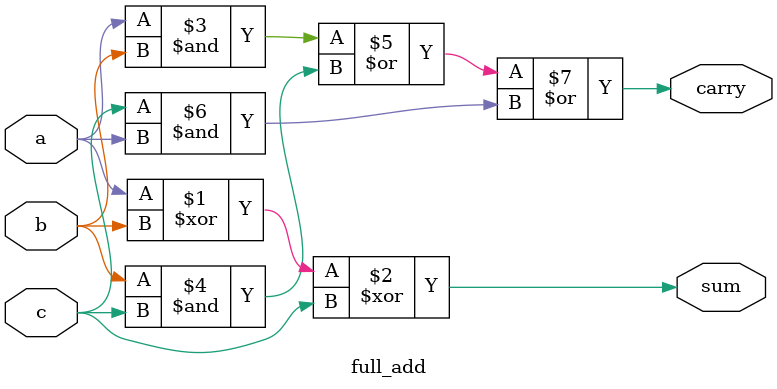
<source format=v>
`timescale 1ns / 1ps


module four_bit_multiplier(input[3:0]a,b , output [7:0]y);

wire[15:0]w;
wire [15:0]s,c;

assign w[0] = a[0]&b[0];
assign w[1] = a[1]&b[0];
assign w[2] = a[2]&b[0];
assign w[3] = a[3]&b[0];
assign w[4] = a[0]&b[1];
assign w[5] = a[1]&b[1];
assign w[6] = a[2]&b[1];
assign w[7] = a[3]&b[1];
assign w[8] = a[0]&b[2];
assign w[9] = a[1]&b[2];
assign w[10] = a[2]&b[2];
assign w[11] = a[3]&b[2];
assign w[12] = a[0]&b[3];
assign w[13] = a[1]&b[3];
assign w[14] = a[2]&b[3];
assign w[15] = a[3]&b[3];

assign y[0] = w[0];

full_add uutd(w[1],w[4],1'b0,y[1],c[0]);
full_add uute(w[2],w[5],1'b0,s[0],c[1]);
full_add uutf(w[2],w[3],1'b0,s[1],c[2]);
full_add uutg(s[0],c[0],w[8],y[2],c[3]);
full_add uuth(s[1],c[1],w[9],s[2],c[4]);
full_add uutj(w[7],w[10],c[2],s[3],c[5]);
full_add uutk(s[2],c[3],w[12],y[3],c[6]);
full_add uutl(s[3],c[4],w[13],s[4],c[7]);
full_add uuto(w[11],c[5],w[14],s[5],c[8]);
full_add uutp(c[6],s[4],1'b0,y[4],c[9]);
full_add uuty(s[5],c[7],c[9],y[5],c[10]);
full_add uutr(w[15],c[10],c[8],y[6],y[7]);

endmodule


module full_add(input a,b,c,output sum,carry);

assign sum = a^b^c;
assign carry = a&b | b&c | c&a;

endmodule
</source>
